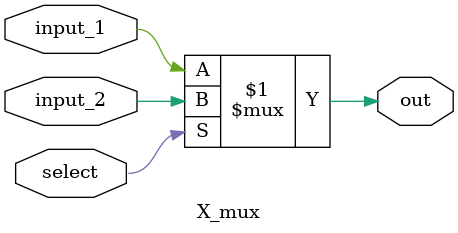
<source format=sv>
module X_mux(
	//you are missing bitwidths here [3:0]? [31:0] ?
	input input_1, 		//Rd_data or Mem_addr == ALU result
	input input_2,			//data from memory == DMEM
	input	select,
	
	output reg out       //Rd_data
);


assign out = select ? input_2 : input_1; // select input based on select value

endmodule

</source>
